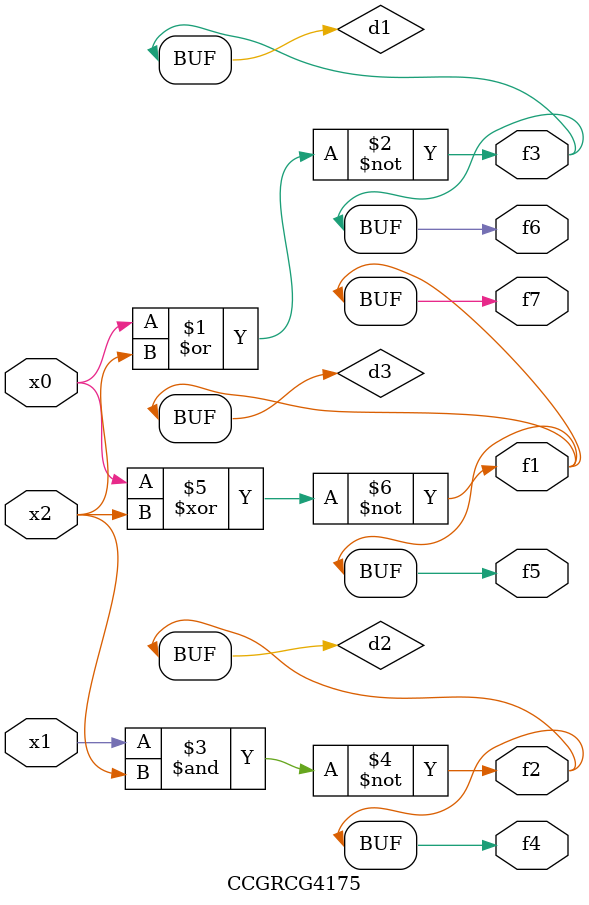
<source format=v>
module CCGRCG4175(
	input x0, x1, x2,
	output f1, f2, f3, f4, f5, f6, f7
);

	wire d1, d2, d3;

	nor (d1, x0, x2);
	nand (d2, x1, x2);
	xnor (d3, x0, x2);
	assign f1 = d3;
	assign f2 = d2;
	assign f3 = d1;
	assign f4 = d2;
	assign f5 = d3;
	assign f6 = d1;
	assign f7 = d3;
endmodule

</source>
